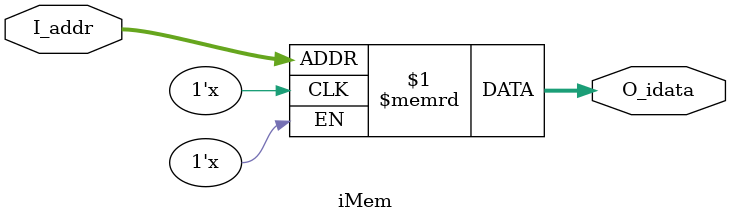
<source format=v>
`timescale 1ns / 1ps


module iMem(
           input [11:2] I_addr,

           output [31:0] O_idata
       );
reg [31:0] R_imem[1023:0];

assign O_idata=R_imem[I_addr];
endmodule

</source>
